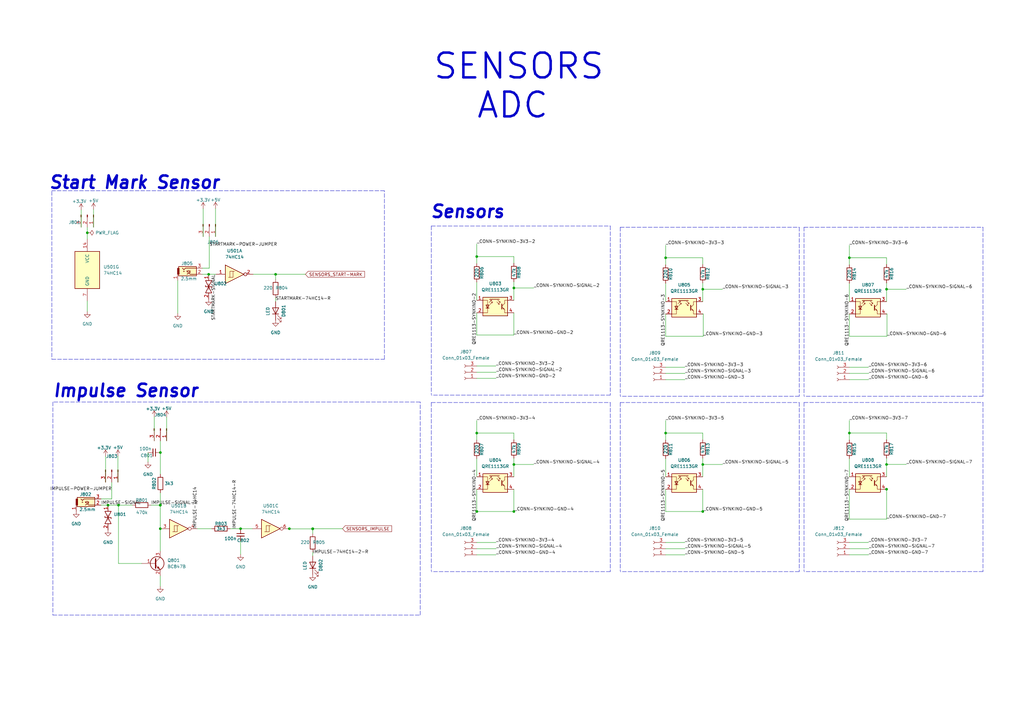
<source format=kicad_sch>
(kicad_sch (version 20211123) (generator eeschema)
  (paper "A3")
  (title_block (title "OpenCelluloid") (date "2023-02-16") (rev "v0.1"))
  (lib_symbols
    (symbol "74xx:74HC14" (pin_names (offset 1.016))
      (property "Reference" "U" (at 0 1.27 0))
      (property "Value" "74HC14" (at 0 -1.27 0))
      (symbol "74HC14_1_0"
        (polyline (pts (xy -3.81 3.81) (xy -3.81 -3.81) (xy 3.81 0) (xy -3.81 3.81)) (stroke (width 0.254)) (fill (type background)))
        (pin input line (at -7.62 0 0) (length 3.81) (name "~") (number "1"))
        (pin output inverted (at 7.62 0 180) (length 3.81) (name "~") (number "2"))
      )
      (symbol "74HC14_1_1"
        (polyline (pts (xy -1.905 -1.27) (xy -1.905 1.27) (xy -0.635 1.27)))
        (polyline (pts (xy -2.54 -1.27) (xy -0.635 -1.27) (xy -0.635 1.27) (xy 0 1.27)))
      )
      (symbol "74HC14_2_0"
        (polyline (pts (xy -3.81 3.81) (xy -3.81 -3.81) (xy 3.81 0) (xy -3.81 3.81)) (stroke (width 0.254)) (fill (type background)))
        (pin input line (at -7.62 0 0) (length 3.81) (name "~") (number "3"))
        (pin output inverted (at 7.62 0 180) (length 3.81) (name "~") (number "4"))
      )
      (symbol "74HC14_2_1"
        (polyline (pts (xy -1.905 -1.27) (xy -1.905 1.27) (xy -0.635 1.27)))
        (polyline (pts (xy -2.54 -1.27) (xy -0.635 -1.27) (xy -0.635 1.27) (xy 0 1.27)))
      )
      (symbol "74HC14_3_0"
        (polyline (pts (xy -3.81 3.81) (xy -3.81 -3.81) (xy 3.81 0) (xy -3.81 3.81)) (stroke (width 0.254)) (fill (type background)))
        (pin input line (at -7.62 0 0) (length 3.81) (name "~") (number "5"))
        (pin output inverted (at 7.62 0 180) (length 3.81) (name "~") (number "6"))
      )
      (symbol "74HC14_3_1"
        (polyline (pts (xy -1.905 -1.27) (xy -1.905 1.27) (xy -0.635 1.27)))
        (polyline (pts (xy -2.54 -1.27) (xy -0.635 -1.27) (xy -0.635 1.27) (xy 0 1.27)))
      )
      (symbol "74HC14_4_0"
        (polyline (pts (xy -3.81 3.81) (xy -3.81 -3.81) (xy 3.81 0) (xy -3.81 3.81)) (stroke (width 0.254)) (fill (type background)))
        (pin output inverted (at 7.62 0 180) (length 3.81) (name "~") (number "8"))
        (pin input line (at -7.62 0 0) (length 3.81) (name "~") (number "9"))
      )
      (symbol "74HC14_4_1"
        (polyline (pts (xy -1.905 -1.27) (xy -1.905 1.27) (xy -0.635 1.27)))
        (polyline (pts (xy -2.54 -1.27) (xy -0.635 -1.27) (xy -0.635 1.27) (xy 0 1.27)))
      )
      (symbol "74HC14_5_0"
        (polyline (pts (xy -3.81 3.81) (xy -3.81 -3.81) (xy 3.81 0) (xy -3.81 3.81)) (stroke (width 0.254)) (fill (type background)))
        (pin output inverted (at 7.62 0 180) (length 3.81) (name "~") (number "10"))
        (pin input line (at -7.62 0 0) (length 3.81) (name "~") (number "11"))
      )
      (symbol "74HC14_5_1"
        (polyline (pts (xy -1.905 -1.27) (xy -1.905 1.27) (xy -0.635 1.27)))
        (polyline (pts (xy -2.54 -1.27) (xy -0.635 -1.27) (xy -0.635 1.27) (xy 0 1.27)))
      )
      (symbol "74HC14_6_0"
        (polyline (pts (xy -3.81 3.81) (xy -3.81 -3.81) (xy 3.81 0) (xy -3.81 3.81)) (stroke (width 0.254)) (fill (type background)))
        (pin output inverted (at 7.62 0 180) (length 3.81) (name "~") (number "12"))
        (pin input line (at -7.62 0 0) (length 3.81) (name "~") (number "13"))
      )
      (symbol "74HC14_6_1"
        (polyline (pts (xy -1.905 -1.27) (xy -1.905 1.27) (xy -0.635 1.27)))
        (polyline (pts (xy -2.54 -1.27) (xy -0.635 -1.27) (xy -0.635 1.27) (xy 0 1.27)))
      )
      (symbol "74HC14_7_0"
        (pin power_in line (at 0 12.7 270) (length 5.08) (name "VCC") (number "14"))
        (pin power_in line (at 0 -12.7 90) (length 5.08) (name "GND") (number "7"))
      )
      (symbol "74HC14_7_1"
        (rectangle (start -5.08 7.62) (end 5.08 -7.62) (stroke (width 0.254)) (fill (type background)))
      )
    )
    (symbol "Connector:Conn_01x03_Female" (pin_names (offset 1.016) hide)
      (property "Reference" "J" (at 0 5.08 0))
      (property "Value" "Conn_01x03_Female" (at 0 -5.08 0))
      (symbol "Conn_01x03_Female_1_1"
        (arc (start 0 -2.032) (mid -0.508 -2.54) (end 0 -3.048) (stroke (width 0.1524)))
        (polyline (pts (xy -1.27 -2.54) (xy -0.508 -2.54)) (stroke (width 0.1524)))
        (polyline (pts (xy -1.27 0) (xy -0.508 0)) (stroke (width 0.1524)))
        (polyline (pts (xy -1.27 2.54) (xy -0.508 2.54)) (stroke (width 0.1524)))
        (arc (start 0 0.508) (mid -0.508 0) (end 0 -0.508) (stroke (width 0.1524)))
        (arc (start 0 3.048) (mid -0.508 2.54) (end 0 2.032) (stroke (width 0.1524)))
        (pin passive line (at -5.08 2.54 0) (length 3.81) (name "Pin_1") (number "1"))
        (pin passive line (at -5.08 0 0) (length 3.81) (name "Pin_2") (number "2"))
        (pin passive line (at -5.08 -2.54 0) (length 3.81) (name "Pin_3") (number "3"))
      )
    )
    (symbol "Connector:Conn_01x03_Male" (pin_names (offset 1.016) hide)
      (property "Reference" "J" (at 0 5.08 0))
      (property "Value" "Conn_01x03_Male" (at 0 -5.08 0))
      (symbol "Conn_01x03_Male_1_1"
        (polyline (pts (xy 1.27 -2.54) (xy 0.8636 -2.54)) (stroke (width 0.1524)))
        (polyline (pts (xy 1.27 0) (xy 0.8636 0)) (stroke (width 0.1524)))
        (polyline (pts (xy 1.27 2.54) (xy 0.8636 2.54)) (stroke (width 0.1524)))
        (rectangle (start 0.8636 -2.413) (end 0 -2.667) (stroke (width 0.1524)) (fill (type outline)))
        (rectangle (start 0.8636 0.127) (end 0 -0.127) (stroke (width 0.1524)) (fill (type outline)))
        (rectangle (start 0.8636 2.667) (end 0 2.413) (stroke (width 0.1524)) (fill (type outline)))
        (pin passive line (at 5.08 2.54 180) (length 3.81) (name "Pin_1") (number "1"))
        (pin passive line (at 5.08 0 180) (length 3.81) (name "Pin_2") (number "2"))
        (pin passive line (at 5.08 -2.54 180) (length 3.81) (name "Pin_3") (number "3"))
      )
    )
    (symbol "Device:LED" (pin_numbers hide) (pin_names (offset 1.016) hide)
      (property "Reference" "D" (at 0 2.54 0))
      (property "Value" "Device_LED" (at 0 -2.54 0))
      (symbol "LED_0_1"
        (polyline (pts (xy -1.27 -1.27) (xy -1.27 1.27)) (stroke (width 0.254)))
        (polyline (pts (xy -1.27 0) (xy 1.27 0)))
        (polyline (pts (xy 1.27 -1.27) (xy 1.27 1.27) (xy -1.27 0) (xy 1.27 -1.27)) (stroke (width 0.254)))
        (polyline (pts (xy -3.048 -0.762) (xy -4.572 -2.286) (xy -3.81 -2.286) (xy -4.572 -2.286) (xy -4.572 -1.524)))
        (polyline (pts (xy -1.778 -0.762) (xy -3.302 -2.286) (xy -2.54 -2.286) (xy -3.302 -2.286) (xy -3.302 -1.524)))
      )
      (symbol "LED_1_1"
        (pin passive line (at -3.81 0 0) (length 2.54) (name "K") (number "1"))
        (pin passive line (at 3.81 0 180) (length 2.54) (name "A") (number "2"))
      )
    )
    (symbol "Device:Q_NPN_BEC" (pin_names (offset 0) hide)
      (property "Reference" "Q" (at 5.08 1.27 0))
      (property "Value" "Q_NPN_BEC" (at 5.08 -1.27 0))
      (symbol "Q_NPN_BEC_0_1"
        (polyline (pts (xy 0.635 0.635) (xy 2.54 2.54)))
        (polyline (pts (xy 0.635 -0.635) (xy 2.54 -2.54) (xy 2.54 -2.54)))
        (polyline (pts (xy 0.635 1.905) (xy 0.635 -1.905) (xy 0.635 -1.905)) (stroke (width 0.508)))
        (polyline (pts (xy 1.27 -1.778) (xy 1.778 -1.27) (xy 2.286 -2.286) (xy 1.27 -1.778) (xy 1.27 -1.778)) (fill (type outline)))
        (circle (center 1.27 0) (radius 2.8194) (stroke (width 0.254)))
      )
      (symbol "Q_NPN_BEC_1_1"
        (pin input line (at -5.08 0 0) (length 5.715) (name "B") (number "1"))
        (pin passive line (at 2.54 -5.08 90) (length 2.54) (name "E") (number "2"))
        (pin passive line (at 2.54 5.08 270) (length 2.54) (name "C") (number "3"))
      )
    )
    (symbol "Sensor_Proximity:QRE1113GR" (pin_names (offset 0.0254) hide)
      (property "Reference" "U" (at -3.81 5.08 0))
      (property "Value" "QRE1113GR" (at 11.43 5.08 0))
      (symbol "QRE1113GR_0_1"
        (polyline (pts (xy -3.81 -0.635) (xy -2.54 -0.635)) (stroke (width 0.254)))
        (polyline (pts (xy -2.286 2.921) (xy -2.032 3.175)))
        (polyline (pts (xy -1.778 2.921) (xy -1.524 3.175)))
        (polyline (pts (xy -1.524 2.667) (xy -1.651 2.159)))
        (polyline (pts (xy -1.27 2.921) (xy -1.016 3.175)))
        (polyline (pts (xy -1.143 1.905) (xy -1.27 1.397)))
        (polyline (pts (xy -0.762 2.921) (xy -0.508 3.175)))
        (polyline (pts (xy -0.254 2.921) (xy 0 3.175)))
        (polyline (pts (xy 0.254 2.921) (xy 0.508 3.175)))
        (polyline (pts (xy 0.762 2.921) (xy 1.016 3.175)))
        (polyline (pts (xy 1.27 2.921) (xy 1.524 3.175)))
        (polyline (pts (xy 1.651 0.889) (xy 1.143 1.016)))
        (polyline (pts (xy 1.778 2.921) (xy -2.413 2.921)))
        (polyline (pts (xy 2.032 1.651) (xy 1.524 1.778)))
        (polyline (pts (xy 2.667 -0.127) (xy 3.81 -1.27)))
        (polyline (pts (xy 2.667 0.127) (xy 3.81 1.27)))
        (polyline (pts (xy -2.54 1.651) (xy -1.524 2.667) (xy -2.032 2.54)))
        (polyline (pts (xy -2.159 0.889) (xy -1.143 1.905) (xy -1.651 1.778)))
        (polyline (pts (xy 0.635 1.905) (xy 1.651 0.889) (xy 1.524 1.397)))
        (polyline (pts (xy 1.016 2.667) (xy 2.032 1.651) (xy 1.905 2.159)))
        (polyline (pts (xy 2.667 1.016) (xy 2.667 -1.016) (xy 2.667 -1.016)) (stroke (width 0.3556)))
        (polyline (pts (xy 3.81 -1.27) (xy 3.81 -2.54) (xy 5.08 -2.54)))
        (polyline (pts (xy 3.81 1.27) (xy 3.81 2.54) (xy 5.08 2.54)))
        (polyline (pts (xy -5.08 -2.54) (xy -3.175 -2.54) (xy -3.175 2.54) (xy -5.08 2.54)))
        (polyline (pts (xy -3.175 -0.635) (xy -3.81 0.635) (xy -2.54 0.635) (xy -3.175 -0.635)) (stroke (width 0.254)))
        (polyline (pts (xy 3.683 -1.143) (xy 3.429 -0.635) (xy 3.175 -0.889) (xy 3.683 -1.143)))
        (polyline (pts (xy -5.08 -3.81) (xy 5.08 -3.81) (xy 5.08 3.81) (xy -5.08 3.81) (xy -5.08 -3.81)) (stroke (width 0.254)) (fill (type background)))
      )
      (symbol "QRE1113GR_1_1"
        (pin passive line (at -7.62 2.54 0) (length 2.54) (name "A") (number "1"))
        (pin passive line (at -7.62 -2.54 0) (length 2.54) (name "K") (number "2"))
        (pin open_collector line (at 7.62 2.54 180) (length 2.54) (name "~") (number "3"))
        (pin open_emitter line (at 7.62 -2.54 180) (length 2.54) (name "~") (number "4"))
      )
    )
    (symbol "Synkino:+5V" (power) (pin_names (offset 0))
      (property "Value" "+5V" (at 0 3.556 0))
      (symbol "+5V_0_1"
        (polyline (pts (xy -0.762 1.27) (xy 0 2.54)))
        (polyline (pts (xy 0 0) (xy 0 2.54)))
        (polyline (pts (xy 0 2.54) (xy 0.762 1.27)))
      )
      (symbol "+5V_1_1"
        (pin power_in line (at 0 0 90) (length 0) hide (name "+5V") (number "1"))
      )
    )
    (symbol "Synkino:2.5mm" (pin_names (offset 1.016))
      (property "Reference" "J" (at -1.27 4.445 0))
      (property "Value" "2.5mm" (at -0.508 -1.778 0))
      (symbol "2.5mm_0_0"
        (text "+" (at -2.54 1.27 0) (effects (font (size 0.762 0.762))))
        (text "sig" (at -0.635 1.27 0) (effects (font (size 0.762 0.762))))
      )
      (symbol "2.5mm_0_1"
        (rectangle (start -4.699 3.175) (end 2.54 -0.635) (stroke (width 0.254)) (fill (type background)))
        (rectangle (start -4.445 0) (end -5.207 2.54) (fill (type outline)))
        (polyline (pts (xy -1.27 0) (xy -0.635 0.635) (xy 0 0) (xy 2.54 0)) (stroke (width 0.254)))
        (polyline (pts (xy 2.54 2.54) (xy -1.905 2.54) (xy -2.54 1.905) (xy -3.175 2.54)) (stroke (width 0.254)))
      )
      (symbol "2.5mm_1_1"
        (pin passive line (at -5.08 -2.54 90) (length 2.54) (name "~") (number "1"))
        (pin passive line (at 5.08 0 180) (length 2.54) (name "~") (number "2"))
        (pin passive line (at 5.08 2.54 180) (length 2.54) (name "~") (number "3"))
      )
    )
    (symbol "Synkino:C_Small" (pin_numbers hide) (pin_names (offset 0.254) hide)
      (property "Reference" "C" (at 0.254 1.778 0))
      (property "Value" "C_Small" (at 0.254 -2.032 0))
      (symbol "C_Small_0_1"
        (polyline (pts (xy -1.524 -0.508) (xy 1.524 -0.508)) (stroke (width 0.3302)))
        (polyline (pts (xy -1.524 0.508) (xy 1.524 0.508)) (stroke (width 0.3048)))
      )
      (symbol "C_Small_1_1"
        (pin passive line (at 0 2.54 270) (length 2.032) (name "~") (number "1"))
        (pin passive line (at 0 -2.54 90) (length 2.032) (name "~") (number "2"))
      )
    )
    (symbol "Synkino:R" (pin_numbers hide) (pin_names (offset 0))
      (property "Reference" "R" (at 2.032 0 90))
      (property "Value" "R" (at 0 0 90))
      (symbol "R_0_1"
        (rectangle (start -1.016 -2.54) (end 1.016 2.54) (stroke (width 0.254)))
      )
      (symbol "R_1_1"
        (pin passive line (at 0 3.81 270) (length 1.27) (name "~") (number "1"))
        (pin passive line (at 0 -3.81 90) (length 1.27) (name "~") (number "2"))
      )
    )
    (symbol "power:+3.3V" (power) (pin_names (offset 0))
      (property "Value" "+3.3V" (at 0 3.556 0))
      (symbol "+3.3V_0_1"
        (polyline (pts (xy -0.762 1.27) (xy 0 2.54)))
        (polyline (pts (xy 0 0) (xy 0 2.54)))
        (polyline (pts (xy 0 2.54) (xy 0.762 1.27)))
      )
      (symbol "+3.3V_1_1"
        (pin power_in line (at 0 0 90) (length 0) hide (name "+3.3V") (number "1"))
      )
    )
    (symbol "power:GND" (power) (pin_names (offset 0))
      (property "Value" "GND" (at 0 -3.81 0))
      (symbol "GND_0_1"
        (polyline (pts (xy 0 0) (xy 0 -1.27) (xy 1.27 -1.27) (xy 0 -2.54) (xy -1.27 -1.27) (xy 0 -1.27)))
      )
      (symbol "GND_1_1"
        (pin power_in line (at 0 0 270) (length 0) hide (name "GND") (number "1"))
      )
    )
    (symbol "power:PWR_FLAG" (power) (pin_numbers hide) (pin_names (offset 0) hide)
      (property "Value" "PWR_FLAG" (at 0 3.81 0))
      (symbol "PWR_FLAG_0_0"
        (pin power_out line (at 0 0 90) (length 0) (name "pwr") (number "1"))
      )
      (symbol "PWR_FLAG_0_1"
        (polyline (pts (xy 0 0) (xy 0 1.27) (xy -1.016 1.905) (xy 0 2.54) (xy 1.016 1.905) (xy 0 1.27)))
      )
    )
    (symbol "privateParts:PESD3V3L1BA-Bidirectional_Diode"
      (property "Reference" "U" (at 0 -5.08 0))
      (property "Value" "PESD3V3L1BA-Bidirectional_Diode" (at 0 -7.62 0))
      (symbol "PESD3V3L1BA-Bidirectional_Diode_0_1"
        (polyline (pts (xy 1.27 0) (xy -1.27 0)))
        (polyline (pts (xy 0.508 1.27) (xy 0 1.27) (xy 0 -1.27) (xy -0.508 -1.27)) (stroke (width 0.254)))
        (polyline (pts (xy -2.54 1.27) (xy -2.54 -1.27) (xy 2.54 1.27) (xy 2.54 -1.27) (xy -2.54 1.27)) (stroke (width 0.254)))
      )
      (symbol "PESD3V3L1BA-Bidirectional_Diode_1_1"
        (pin passive line (at -5.08 0 0) (length 2.54) (name "") (number "1"))
        (pin passive line (at 5.08 0 180) (length 2.54) (name "") (number "2"))
      )
    )
  )
  (junction (at 118.6834 216.8357))
  (junction (at 273.0001 177.6163))
  (junction (at 363.6113 190.4935))
  (junction (at 85.5711 112.5139))
  (junction (at 363.6113 118.6115))
  (junction (at 210.7701 209.7909))
  (junction (at 348.3713 105.7212))
  (junction (at 195.5301 105.2263))
  (junction (at 113.03 112.5139))
  (junction (at 288.2401 190.5066))
  (junction (at 195.58 209.7909))
  (junction (at 288.2401 118.6246))
  (junction (at 98.667 216.8357))
  (junction (at 65.786 185.6095))
  (junction (at 44.3001 207.1757))
  (junction (at 65.7286 216.8357))
  (junction (at 65.7286 207.1757))
  (junction (at 128.2433 216.8357))
  (junction (at 210.7701 190.5066))
  (junction (at 288.2401 209.7909))
  (junction (at 348.3713 177.6032))
  (junction (at 65.786 207.1757))
  (junction (at 273.0001 105.7343))
  (junction (at 48.5975 207.1757))
  (junction (at 128.2433 216.9294))
  (junction (at 35.814 95.475))
  (junction (at 363.6113 200.6469))
  (junction (at 195.5301 177.6163))
  (junction (at 210.7701 118.1166))
  (wire (pts (xy 210.7701 115.57) (xy 210.7701 118.1166)))
  (wire (pts (xy 363.7985 128.7649) (xy 363.6113 128.7649)))
  (wire (pts (xy 65.7286 216.8357) (xy 65.7286 226.0307)))
  (wire (pts (xy 63.246 170.987) (xy 63.246 180.8399)))
  (wire (pts (xy 363.6113 105.7212) (xy 363.6113 108.4449)))
  (wire (pts (xy 273.0001 137.9089) (xy 288.4273 137.9089)))
  (wire (pts (xy 65.7286 236.1907) (xy 65.7286 240.4659)))
  (polyline (pts (xy 172.327 164.8839) (xy 21.705 164.8839)))
  (wire (pts (xy 128.2433 216.8357) (xy 140.4843 216.8357)))
  (polyline (pts (xy 329.7625 93.1918) (xy 329.7625 162.2798)))
  (wire (pts (xy 65.7286 207.1757) (xy 65.7286 216.8357)))
  (wire (pts (xy 210.7701 190.5066) (xy 218.8981 190.5066)))
  (wire (pts (xy 210.7701 177.6163) (xy 210.7701 180.34)))
  (wire (pts (xy 288.2401 177.6163) (xy 273.0001 177.6163)))
  (polyline (pts (xy 176.9213 165.0869) (xy 176.9213 234.1749)))
  (polyline (pts (xy 403.1685 165.0738) (xy 403.1685 234.4158)))
  (wire (pts (xy 195.5301 105.2263) (xy 195.5301 108.0922)))
  (wire (pts (xy 363.6113 118.6115) (xy 371.7393 118.6115)))
  (wire (pts (xy 195.5301 128.27) (xy 195.5301 137.4009)))
  (wire (pts (xy 273.0205 222.504) (xy 280.8741 222.504)))
  (wire (pts (xy 363.6276 200.6469) (xy 363.6113 200.6469)))
  (polyline (pts (xy 329.7625 93.1918) (xy 403.1685 93.1918)))
  (wire (pts (xy 195.5301 177.6163) (xy 195.5301 180.4822)))
  (polyline (pts (xy 157.6807 78.2239) (xy 21.2827 78.2239)))
  (wire (pts (xy 98.667 216.8357) (xy 103.4434 216.8357)))
  (polyline (pts (xy 327.7973 162.5469) (xy 254.3913 162.5469)))
  (wire (pts (xy 348.3917 225.0309) (xy 356.3452 225.0309)))
  (wire (pts (xy 273.0001 172.466) (xy 273.0001 177.6163)))
  (polyline (pts (xy 250.3273 234.4289) (xy 176.9213 234.4289)))
  (wire (pts (xy 288.2401 200.66) (xy 288.2401 209.7909)))
  (polyline (pts (xy 254.3913 93.2049) (xy 327.7973 93.2049)))
  (wire (pts (xy 128.2433 216.9294) (xy 118.6834 216.9294)))
  (wire (pts (xy 273.0001 209.7909) (xy 288.2401 209.7909)))
  (wire (pts (xy 83.312 85.598) (xy 83.312 97.0618)))
  (wire (pts (xy 210.7701 177.6163) (xy 195.5301 177.6163)))
  (wire (pts (xy 38.354 85.852) (xy 38.354 93.218)))
  (wire (pts (xy 273.0205 150.622) (xy 280.8741 150.622)))
  (polyline (pts (xy 21.2827 78.4779) (xy 21.2827 147.3119)))
  (wire (pts (xy 60.706 185.6095) (xy 60.706 189.4502)))
  (wire (pts (xy 348.3713 177.6032) (xy 348.3713 180.4691)))
  (wire (pts (xy 288.2401 177.6163) (xy 288.2401 180.34)))
  (wire (pts (xy 348.3713 137.8958) (xy 363.7985 137.8958)))
  (wire (pts (xy 195.5301 172.466) (xy 195.5301 177.6163)))
  (wire (pts (xy 98.667 221.9157) (xy 98.667 227.3679)))
  (wire (pts (xy 288.4273 137.9089) (xy 288.4273 128.778)))
  (wire (pts (xy 348.3713 100.5709) (xy 348.3713 105.7212)))
  (wire (pts (xy 363.6113 177.6032) (xy 348.3713 177.6032)))
  (wire (pts (xy 48.5975 231.1107) (xy 58.1086 231.1107)))
  (polyline (pts (xy 21.2827 147.3119) (xy 157.6807 147.3119)))
  (wire (pts (xy 348.3713 128.7649) (xy 348.3713 137.8958)))
  (polyline (pts (xy 403.1685 93.1918) (xy 403.1685 162.5338)))
  (wire (pts (xy 83.058 112.5139) (xy 85.5711 112.5139)))
  (polyline (pts (xy 250.3273 165.0869) (xy 250.3273 234.4289)))
  (wire (pts (xy 128.2433 216.9294) (xy 128.2433 218.8677)))
  (wire (pts (xy 113.03 112.5139) (xy 125.271 112.5139)))
  (polyline (pts (xy 157.6807 147.3119) (xy 157.6807 78.2239)))
  (wire (pts (xy 363.6113 118.6115) (xy 363.6113 123.6849)))
  (wire (pts (xy 88.392 85.5143) (xy 88.392 97.0618)))
  (wire (pts (xy 48.5975 207.1757) (xy 54.3232 207.1757)))
  (wire (pts (xy 363.6276 212.9015) (xy 363.6276 200.6469)))
  (wire (pts (xy 210.7701 105.2263) (xy 195.5301 105.2263)))
  (wire (pts (xy 348.3917 222.4909) (xy 356.2453 222.4909)))
  (wire (pts (xy 363.6113 105.7212) (xy 348.3713 105.7212)))
  (polyline (pts (xy 329.7625 165.0738) (xy 329.7625 234.1618)))
  (polyline (pts (xy 254.3913 165.0869) (xy 254.3913 234.1749)))
  (wire (pts (xy 348.3713 105.7212) (xy 348.3713 108.5871)))
  (wire (pts (xy 85.5711 112.5139) (xy 88.5927 112.5139)))
  (wire (pts (xy 113.03 112.5139) (xy 113.03 114.5459)))
  (wire (pts (xy 195.5301 100.076) (xy 195.5301 105.2263)))
  (wire (pts (xy 128.2433 226.4877) (xy 128.2433 228.0117)))
  (wire (pts (xy 48.3707 187.078) (xy 48.3707 197.7927)))
  (wire (pts (xy 195.5505 225.044) (xy 203.504 225.044)))
  (wire (pts (xy 195.5505 222.504) (xy 203.4041 222.504)))
  (wire (pts (xy 210.7701 128.27) (xy 210.7701 137.4009)))
  (wire (pts (xy 195.5301 188.1022) (xy 195.5301 195.58)))
  (wire (pts (xy 273.0001 200.66) (xy 273.0001 209.7909)))
  (wire (pts (xy 288.4273 128.778) (xy 288.2401 128.778)))
  (wire (pts (xy 103.8327 112.5139) (xy 113.03 112.5139)))
  (polyline (pts (xy 403.1685 234.4158) (xy 329.7625 234.4158)))
  (wire (pts (xy 85.852 97.0618) (xy 85.852 109.9739)))
  (wire (pts (xy 65.786 207.1757) (xy 65.7286 207.1757)))
  (polyline (pts (xy 329.7625 165.0738) (xy 403.1685 165.0738)))
  (wire (pts (xy 363.6113 116.0649) (xy 363.6113 118.6115)))
  (wire (pts (xy 41.4348 207.1757) (xy 44.3001 207.1757)))
  (wire (pts (xy 273.0001 128.778) (xy 273.0001 137.9089)))
  (wire (pts (xy 210.7701 209.7909) (xy 210.9573 209.7909)))
  (wire (pts (xy 195.5301 209.7909) (xy 195.58 209.7909)))
  (wire (pts (xy 72.898 115.0539) (xy 72.898 128.524)))
  (wire (pts (xy 288.2401 105.7343) (xy 288.2401 108.458)))
  (polyline (pts (xy 21.705 252.2599) (xy 172.327 252.2599)))
  (wire (pts (xy 128.2433 216.8357) (xy 128.2433 216.9294)))
  (wire (pts (xy 348.3713 200.6469) (xy 348.3713 212.9015)))
  (wire (pts (xy 273.0001 105.7343) (xy 273.0001 108.6002)))
  (wire (pts (xy 288.2401 105.7343) (xy 273.0001 105.7343)))
  (wire (pts (xy 210.7701 190.5066) (xy 210.7701 195.58)))
  (wire (pts (xy 113.03 122.1659) (xy 113.03 123.6899)))
  (polyline (pts (xy 327.7973 234.4289) (xy 254.3913 234.4289)))
  (wire (pts (xy 195.5505 155.194) (xy 203.454 155.194)))
  (wire (pts (xy 348.3713 172.4529) (xy 348.3713 177.6032)))
  (wire (pts (xy 210.7701 118.1166) (xy 210.7701 123.19)))
  (polyline (pts (xy 250.3273 162.0389) (xy 176.9213 162.0389)))
  (wire (pts (xy 195.5301 200.66) (xy 195.5301 209.7909)))
  (polyline (pts (xy 403.1685 162.5338) (xy 329.7625 162.5338)))
  (wire (pts (xy 288.2401 118.6246) (xy 296.3681 118.6246)))
  (polyline (pts (xy 176.9213 165.0869) (xy 250.3273 165.0869)))
  (wire (pts (xy 273.0205 153.162) (xy 280.974 153.162)))
  (polyline (pts (xy 327.7973 93.2049) (xy 327.7973 162.5469)))
  (wire (pts (xy 348.3713 212.9015) (xy 363.6276 212.9015)))
  (wire (pts (xy 85.852 109.9739) (xy 83.058 109.9739)))
  (wire (pts (xy 33.274 86.106) (xy 33.274 93.218)))
  (wire (pts (xy 363.7985 137.8958) (xy 363.7985 128.7649)))
  (wire (pts (xy 348.3713 116.2071) (xy 348.3713 123.6849)))
  (wire (pts (xy 65.786 202.1159) (xy 65.786 207.1757)))
  (wire (pts (xy 288.2401 116.078) (xy 288.2401 118.6246)))
  (wire (pts (xy 288.2401 190.5066) (xy 296.3681 190.5066)))
  (wire (pts (xy 48.5975 207.1757) (xy 48.5975 231.1107)))
  (wire (pts (xy 273.0205 227.584) (xy 280.924 227.584)))
  (wire (pts (xy 210.7701 187.96) (xy 210.7701 190.5066)))
  (wire (pts (xy 348.3917 227.5709) (xy 356.2952 227.5709)))
  (wire (pts (xy 210.7701 200.66) (xy 210.7701 209.7909)))
  (wire (pts (xy 118.6834 216.9294) (xy 118.6834 216.8357)))
  (wire (pts (xy 35.814 123.444) (xy 35.814 127.762)))
  (wire (pts (xy 363.6113 187.9469) (xy 363.6113 190.4935)))
  (polyline (pts (xy 176.9213 92.6969) (xy 176.9213 161.7849)))
  (wire (pts (xy 35.814 95.475) (xy 35.814 98.044)))
  (wire (pts (xy 65.7286 207.1757) (xy 61.9432 207.1757)))
  (wire (pts (xy 43.2907 187.078) (xy 43.2907 197.7927)))
  (polyline (pts (xy 250.3273 92.6969) (xy 250.3273 162.0389)))
  (wire (pts (xy 45.8307 204.6357) (xy 41.4348 204.6357)))
  (wire (pts (xy 195.5505 227.584) (xy 203.454 227.584)))
  (wire (pts (xy 273.0205 225.044) (xy 280.974 225.044)))
  (wire (pts (xy 65.786 180.8399) (xy 65.786 185.6095)))
  (wire (pts (xy 195.5301 115.7122) (xy 195.5301 123.19)))
  (wire (pts (xy 288.2401 118.6246) (xy 288.2401 123.698)))
  (polyline (pts (xy 21.705 164.8839) (xy 21.705 252.2599)))
  (polyline (pts (xy 172.327 252.2599) (xy 172.327 164.8839)))
  (wire (pts (xy 288.2401 209.7909) (xy 288.4273 209.7909)))
  (wire (pts (xy 288.2401 187.96) (xy 288.2401 190.5066)))
  (wire (pts (xy 94.4388 216.8357) (xy 98.667 216.8357)))
  (wire (pts (xy 288.2401 190.5066) (xy 288.2401 195.58)))
  (polyline (pts (xy 327.7973 165.0869) (xy 327.7973 234.4289)))
  (wire (pts (xy 363.6113 190.4935) (xy 363.6113 195.5669)))
  (wire (pts (xy 363.6113 190.4935) (xy 371.7393 190.4935)))
  (wire (pts (xy 195.5505 150.114) (xy 203.4041 150.114)))
  (wire (pts (xy 363.6113 177.6032) (xy 363.6113 180.3269)))
  (wire (pts (xy 273.0205 155.702) (xy 280.924 155.702)))
  (wire (pts (xy 68.326 171.0614) (xy 68.326 180.8399)))
  (wire (pts (xy 44.3001 207.1757) (xy 48.5975 207.1757)))
  (wire (pts (xy 348.3917 153.1489) (xy 356.3452 153.1489)))
  (wire (pts (xy 273.0001 177.6163) (xy 273.0001 180.4822)))
  (wire (pts (xy 80.9686 216.8357) (xy 86.8188 216.8357)))
  (polyline (pts (xy 254.3913 93.2049) (xy 254.3913 162.2929)))
  (wire (pts (xy 65.786 185.6095) (xy 65.786 194.4959)))
  (wire (pts (xy 210.7701 105.2263) (xy 210.7701 107.95)))
  (wire (pts (xy 35.814 93.218) (xy 35.814 95.475)))
  (wire (pts (xy 348.3917 150.6089) (xy 356.2453 150.6089)))
  (wire (pts (xy 348.3713 188.0891) (xy 348.3713 195.5669)))
  (wire (pts (xy 195.5505 152.654) (xy 203.504 152.654)))
  (wire (pts (xy 195.58 209.7909) (xy 210.7701 209.7909)))
  (polyline (pts (xy 254.3913 165.0869) (xy 327.7973 165.0869)))
  (wire (pts (xy 273.0001 100.584) (xy 273.0001 105.7343)))
  (polyline (pts (xy 176.9213 92.6969) (xy 250.3273 92.6969)))
  (wire (pts (xy 348.3917 155.6889) (xy 356.2952 155.6889)))
  (wire (pts (xy 45.8307 197.7927) (xy 45.8307 204.6357)))
  (wire (pts (xy 195.5301 137.4009) (xy 210.7701 137.4009)))
  (wire (pts (xy 273.0001 188.1022) (xy 273.0001 195.58)))
  (wire (pts (xy 210.7701 118.1166) (xy 218.8981 118.1166)))
  (wire (pts (xy 273.0001 116.2202) (xy 273.0001 123.698)))
  (text "Impulse Sensor" (at 21.451 163.3599 0) (effects (font (size 5.08 5.08) bold italic) (justify left bottom)))
  (text "Sensors" (at 176.276 89.916 0) (effects (font (size 5.08 5.08) bold italic) (justify left bottom)))
  (text "SENSORS" (at 177.292 33.274 0) (effects (font (size 10.16 10.16) (thickness 1.016) bold) (justify left bottom)))
  (text "Start Mark Sensor" (at 19.812 77.9699 0) (effects (font (size 5.08 5.08) bold italic) (justify left bottom)))
  (text "ADC" (at 195.072 49.276 0) (effects (font (size 10.16 10.16) (thickness 1.016) bold) (justify left bottom)))
  (label "_CONN-SYNKINO-3V3-6" (at 356.2453 150.6089 0))
  (label "_CONN-SYNKINO-3V3-3" (at 273.0001 100.584 0))
  (label "_CONN-SYNKINO-GND-3" (at 280.924 155.702 0))
  (label "_CONN-SYNKINO-3V3-3" (at 280.8741 150.622 0))
  (label "_CONN-SYNKINO-3V3-5" (at 280.8741 222.504 0))
  (label "_CONN-SYNKINO-3V3-2" (at 195.5301 100.076 0))
  (label "_CONN-SYNKINO-3V3-7" (at 356.2453 222.4909 0))
  (label "_CONN-SYNKINO-GND-7" (at 356.2952 227.5709 0))
  (label "QRE1113-SYNKINO-3" (at 273.0001 120.6046 270))
  (label "_CONN-SYNKINO-GND-6" (at 363.7985 137.8958 0))
  (label "_CONN-SYNKINO-SIGNAL-3" (at 280.974 153.162 0))
  (label "QRE1113-SYNKINO-7" (at 348.3713 192.4735 270))
  (label "IMPULSE-74HC14-2-R" (at 128.2433 227.3607 0))
  (label "_CONN-SYNKINO-GND-3" (at 288.4273 137.9089 0))
  (label "IMPULSE-74HC14-R" (at 97.1642 216.8357 90))
  (label "_CONN-SYNKINO-3V3-7" (at 348.3713 172.4529 0))
  (label "IMPULSE-POWER-JUMPER" (at 45.8307 201.4696 180))
  (label "_CONN-SYNKINO-3V3-2" (at 203.4041 150.114 0))
  (label "_CONN-SYNKINO-SIGNAL-4" (at 203.504 225.044 0))
  (label "_CONN-SYNKINO-SIGNAL-3" (at 296.3681 118.6246 0))
  (label "_CONN-SYNKINO-GND-2" (at 210.7701 137.4009 0))
  (label "_CONN-SYNKINO-GND-7" (at 363.6276 212.9015 0))
  (label "_CONN-SYNKINO-SIGNAL-6" (at 356.3452 153.1489 0))
  (label "_CONN-SYNKINO-SIGNAL-2" (at 218.8981 118.1166 0))
  (label "_CONN-SYNKINO-3V3-5" (at 273.0001 172.466 0))
  (label "_CONN-SYNKINO-GND-4" (at 210.9573 209.7909 0))
  (label "_CONN-SYNKINO-GND-2" (at 203.454 155.194 0))
  (label "QRE1113-SYNKINO-2" (at 195.5301 120.0966 270))
  (label "STARTMARK-POWER-JUMPER" (at 85.852 101.2221 0))
  (label "IMPULSE-74HC14" (at 80.9686 216.8357 90))
  (label "QRE1113-SYNKINO-4" (at 195.5301 192.4866 270))
  (label "_CONN-SYNKINO-GND-6" (at 356.2952 155.6889 0))
  (label "_CONN-SYNKINO-SIGNAL-7" (at 356.3452 225.0309 0))
  (label "_CONN-SYNKINO-3V3-6" (at 348.3713 100.5709 0))
  (label "_CONN-SYNKINO-3V3-4" (at 195.5301 172.466 0))
  (label "STARTMARK-SIGNAL" (at 88.5927 112.5139 270))
  (label "_CONN-SYNKINO-SIGNAL-2" (at 203.504 152.654 0))
  (label "QRE1113-SYNKINO-6" (at 348.3713 120.5915 270))
  (label "_CONN-SYNKINO-SIGNAL-5" (at 280.974 225.044 0))
  (label "IMPULSE-SIGNAL-R" (at 61.9432 207.1757 0))
  (label "_CONN-SYNKINO-GND-4" (at 203.454 227.584 0))
  (label "STARTMARK-74HC14-R" (at 113.03 123.4086 0))
  (label "_CONN-SYNKINO-3V3-4" (at 203.4041 222.504 0))
  (label "_CONN-SYNKINO-SIGNAL-4" (at 218.8981 190.5066 0))
  (label "_CONN-SYNKINO-SIGNAL-7" (at 371.7393 190.4935 0))
  (label "_CONN-SYNKINO-SIGNAL-5" (at 296.3681 190.5066 0))
  (label "QRE1113-SYNKINO-5" (at 273.0001 192.4866 270))
  (label "_CONN-SYNKINO-SIGNAL-6" (at 371.7393 118.6115 0))
  (label "_CONN-SYNKINO-GND-5" (at 280.924 227.584 0))
  (label "_CONN-SYNKINO-GND-5" (at 288.4273 209.7909 0))
  (label "IMPULSE-SIGNAL" (at 41.4348 207.1757 0))
  (global_label "SENSORS_START-MARK" (shape input) (at 125.271 112.5139 0) (property "Intersheet References" "${INTERSHEET_REFS}" (effects hide)))
  (global_label "SENSORS_IMPULSE" (shape input) (at 140.4843 216.8357 0) (property "Intersheet References" "${INTERSHEET_REFS}" (effects hide)))
  (symbol (lib_id "Synkino:R") (at 58.1332 207.1757 270) (mirror x) (unit 1)
    (property "Reference" "R801" (at 58.1332 205.1437 90))
    (property "Value" "470k" (at 58.207 210.2175 90))
    (property "Footprint" "Resistor_SMD:R_1206_3216Metric_Pad1.30x1.75mm_HandSolder" (effects hide))
    (property "Digi-Key_PN" "RG32P470KBCT-ND" (effects hide))
    (property "Manufacturer_PN" "RG3216P-4703-B-T1" (effects hide))
  )
  (symbol (lib_id "Synkino:R") (at 128.2433 222.6777 0) (unit 1)
    (property "Reference" "R805" (at 130.7486 222.4237 0))
    (property "Value" "220" (at 125.1606 222.4237 0))
    (property "Footprint" "Resistor_SMD:R_1206_3216Metric_Pad1.30x1.75mm_HandSolder" (effects hide))
    (property "Digi-Key_PN" "311-220ERCT-ND" (effects hide))
    (property "Manufacturer_PN" "RC1206JR-07220RL" (effects hide))
  )
  (symbol (lib_id "Synkino:R") (at 348.3713 112.3971 0) (unit 1)
    (property "Reference" "R814" (at 350.4033 112.3971 90))
    (property "Value" "220" (at 348.3713 112.3971 90))
    (property "Footprint" "Resistor_SMD:R_1206_3216Metric_Pad1.30x1.75mm_HandSolder" (effects hide))
    (property "Digi-Key_PN" "311-220ERCT-ND" (effects hide))
    (property "Manufacturer_PN" "RC1206JR-07220RL" (effects hide))
  )
  (symbol (lib_id "Sensor_Proximity:QRE1113GR") (at 355.9913 198.1069 0) (unit 1)
    (property "Reference" "U808" (at 355.9913 188.7089 0))
    (property "Value" "QRE1113GR" (at 355.9913 191.2489 0))
    (property "Footprint" "OptoDevice:OnSemi_CASE100CY" (effects hide))
    (property "Datasheet" "http://www.onsemi.com/pub/Collateral/QRE1113-D.PDF" (effects hide))
    (property "Digi-Key_PN" "QRE1113GRCT-ND" (effects hide))
    (property "Manufacturer_PN" "QRE1113GR" (effects hide))
  )
  (symbol (lib_id "power:+3.3V") (at 43.2907 187.078 0) (unit 1)
    (property "Reference" "#PWR0805" (effects hide))
    (property "Value" "+3.3V" (at 42.672 183.642 0))
  )
  (symbol (lib_id "power:GND") (at 113.03 131.3099 0) (unit 1)
    (property "Reference" "#PWR0817" (effects hide))
    (property "Value" "GND" (at 113.03 136.4146 0))
  )
  (symbol (lib_id "74xx:74HC14") (at 96.2127 112.5139 0) (unit 1)
    (property "Reference" "U501" (at 96.2127 102.8619 0))
    (property "Value" "74HC14" (at 96.2127 105.4019 0))
    (property "Footprint" "Package_SO:SOIC-14_3.9x8.7mm_P1.27mm" (effects hide))
    (property "Datasheet" "http://www.ti.com/lit/gpn/sn74HC14" (effects hide))
    (property "Manufacturer_PN" "74HC14D,653" (effects hide))
    (property "Digi-Key_PN" "1727-2783-1-ND" (effects hide))
  )
  (symbol (lib_id "Device:LED") (at 128.2433 231.8217 90) (unit 1)
    (property "Reference" "D802" (at 131.5453 231.8217 0))
    (property "Value" "LED" (at 125.0683 231.9995 0))
    (property "Footprint" "LED_SMD:LED_1206_3216Metric_Pad1.42x1.75mm_HandSolder" (effects hide))
    (property "Manufacturer_PN" "LTST-C150KSKT" (effects hide))
    (property "Digi-Key_PN" "160-1406-1-ND" (effects hide))
  )
  (symbol (lib_id "Connector:Conn_01x03_Female") (at 190.4705 225.044 180) (unit 1)
    (property "Reference" "J808" (at 191.1055 216.662 0))
    (property "Value" "Conn_01x03_Female" (at 191.1055 219.202 0))
    (property "Footprint" "Connector_PinHeader_2.54mm:PinHeader_1x03_P2.54mm_Vertical" (effects hide))
  )
  (symbol (lib_id "Synkino:R") (at 288.2401 184.15 0) (unit 1)
    (property "Reference" "R813" (at 290.2721 184.15 90))
    (property "Value" "47k" (at 288.2401 184.15 90))
    (property "Footprint" "Resistor_SMD:R_1206_3216Metric_Pad1.30x1.75mm_HandSolder" (effects hide))
    (property "Digi-Key_PN" "311-47KERCT-ND" (effects hide))
    (property "Manufacturer_PN" "RC1206JR-0747KL" (effects hide))
  )
  (symbol (lib_id "power:+3.3V") (at 63.246 170.987 0) (unit 1)
    (property "Reference" "#PWR0809" (effects hide))
    (property "Value" "+3.3V" (at 62.738 167.64 0))
  )
  (symbol (lib_id "Synkino:R") (at 195.5301 111.9022 0) (unit 1)
    (property "Reference" "R806" (at 197.5621 111.9022 90))
    (property "Value" "220" (at 195.5301 111.9022 90))
    (property "Footprint" "Resistor_SMD:R_1206_3216Metric_Pad1.30x1.75mm_HandSolder" (effects hide))
    (property "Digi-Key_PN" "311-220ERCT-ND" (effects hide))
    (property "Manufacturer_PN" "RC1206JR-07220RL" (effects hide))
  )
  (symbol (lib_id "privateParts:PESD3V3L1BA-Bidirectional_Diode") (at 44.3001 212.2557 270) (unit 1)
    (property "Reference" "U801" (at 46.6115 210.9856 90) (effects (justify left)))
    (property "Value" "PESD3V3L1BA-Bidirectional_Diode" (effects hide))
    (property "Footprint" "Diode_SMD:D_SOD-323" (effects hide))
    (property "Datasheet" "https://assets.nexperia.com/documents/data-sheet/PESDXL1BA_SER.pdf" (effects hide))
    (property "Manufacturer_PN" "PESD3V3L1BA,115" (effects hide))
    (property "Digi-Key_PN" "1727-3825-1-ND" (effects hide))
  )
  (symbol (lib_id "Synkino:+5V") (at 68.326 171.0614 0) (mirror y) (unit 1)
    (property "Reference" "#PWR0811" (effects hide))
    (property "Value" "+5V" (at 68.326 167.5054 0))
  )
  (symbol (lib_id "Synkino:R") (at 210.7701 111.76 0) (unit 1)
    (property "Reference" "R808" (at 212.8021 111.76 90))
    (property "Value" "47k" (at 210.7701 111.76 90))
    (property "Footprint" "Resistor_SMD:R_1206_3216Metric_Pad1.30x1.75mm_HandSolder" (effects hide))
    (property "Digi-Key_PN" "311-47KERCT-ND" (effects hide))
    (property "Manufacturer_PN" "RC1206JR-0747KL" (effects hide))
  )
  (symbol (lib_id "power:GND") (at 44.3001 217.3357 0) (mirror y) (unit 1)
    (property "Reference" "#PWR0806" (effects hide))
    (property "Value" "GND" (at 44.3001 222.4404 0))
  )
  (symbol (lib_id "Device:LED") (at 113.03 127.4999 90) (unit 1)
    (property "Reference" "D801" (at 116.332 127.4999 0))
    (property "Value" "LED" (at 109.855 127.6777 0))
    (property "Footprint" "LED_SMD:LED_1206_3216Metric_Pad1.42x1.75mm_HandSolder" (effects hide))
    (property "Manufacturer_PN" "LTST-C150KSKT" (effects hide))
    (property "Digi-Key_PN" "160-1406-1-ND" (effects hide))
  )
  (symbol (lib_id "Synkino:C_Small") (at 63.246 185.6095 270) (mirror x) (unit 1)
    (property "Reference" "C801" (at 57.6252 186.8378 90) (effects (justify left)))
    (property "Value" "100n" (at 57.1172 184.0438 90) (effects (justify left)))
    (property "Footprint" "Capacitor_SMD:C_1206_3216Metric_Pad1.33x1.80mm_HandSolder" (effects hide))
    (property "Digi-Key_PN" "1276-1017-1-ND" (effects hide))
  )
  (symbol (lib_id "74xx:74HC14") (at 111.0634 216.8357 0) (unit 3)
    (property "Reference" "U501" (at 111.0634 207.4377 0))
    (property "Value" "74HC14" (at 111.0634 209.9777 0))
    (property "Footprint" "Package_SO:SOIC-14_3.9x8.7mm_P1.27mm" (effects hide))
    (property "Datasheet" "http://www.ti.com/lit/gpn/sn74HC14" (effects hide))
    (property "Manufacturer_PN" "74HC14D,653" (effects hide))
    (property "Digi-Key_PN" "1727-2783-1-ND" (effects hide))
  )
  (symbol (lib_id "Connector:Conn_01x03_Female") (at 343.3117 153.1489 180) (unit 1)
    (property "Reference" "J811" (at 343.9467 144.7669 0))
    (property "Value" "Conn_01x03_Female" (at 343.9467 147.3069 0))
    (property "Footprint" "Connector_PinHeader_2.54mm:PinHeader_1x03_P2.54mm_Vertical" (effects hide))
  )
  (symbol (lib_id "Connector:Conn_01x03_Male") (at 65.786 175.7599 270) (unit 1)
    (property "Reference" "J804" (at 65.786 170.1719 90))
    (property "Value" "Conn_01x03_Male" (effects hide))
    (property "Footprint" "Connector_PinHeader_2.54mm:PinHeader_1x03_P2.54mm_Vertical" (effects hide))
  )
  (symbol (lib_id "Connector:Conn_01x03_Female") (at 267.9405 153.162 180) (unit 1)
    (property "Reference" "J809" (at 268.5755 144.78 0))
    (property "Value" "Conn_01x03_Female" (at 268.5755 147.32 0))
    (property "Footprint" "Connector_PinHeader_2.54mm:PinHeader_1x03_P2.54mm_Vertical" (effects hide))
  )
  (symbol (lib_id "power:PWR_FLAG") (at 35.814 95.475 270) (unit 1)
    (property "Reference" "#FLG0101" (effects hide))
    (property "Value" "PWR_FLAG" (at 39.116 95.4749 90) (effects (justify left)))
  )
  (symbol (lib_id "Synkino:C_Small") (at 98.667 219.3757 0) (mirror y) (unit 1)
    (property "Reference" "C802" (at 102.3292 221.6537 0) (effects (justify left)))
    (property "Value" "100n" (at 96.9952 220.8917 0) (effects (justify left)))
    (property "Footprint" "Capacitor_SMD:C_1206_3216Metric_Pad1.33x1.80mm_HandSolder" (effects hide))
    (property "Digi-Key_PN" "1276-1017-1-ND" (effects hide))
  )
  (symbol (lib_id "power:GND") (at 65.7286 240.4659 0) (mirror y) (unit 1)
    (property "Reference" "#PWR0810" (effects hide))
    (property "Value" "GND" (at 65.7286 245.5706 0))
  )
  (symbol (lib_id "Synkino:R") (at 273.0001 112.4102 0) (unit 1)
    (property "Reference" "R810" (at 275.0321 112.4102 90))
    (property "Value" "220" (at 273.0001 112.4102 90))
    (property "Footprint" "Resistor_SMD:R_1206_3216Metric_Pad1.30x1.75mm_HandSolder" (effects hide))
    (property "Digi-Key_PN" "311-220ERCT-ND" (effects hide))
    (property "Manufacturer_PN" "RC1206JR-07220RL" (effects hide))
  )
  (symbol (lib_id "Sensor_Proximity:QRE1113GR") (at 203.1501 125.73 0) (unit 1)
    (property "Reference" "U803" (at 203.1501 116.332 0))
    (property "Value" "QRE1113GR" (at 203.1501 118.872 0))
    (property "Footprint" "OptoDevice:OnSemi_CASE100CY" (effects hide))
    (property "Datasheet" "http://www.onsemi.com/pub/Collateral/QRE1113-D.PDF" (effects hide))
    (property "Digi-Key_PN" "QRE1113GRCT-ND" (effects hide))
    (property "Manufacturer_PN" "QRE1113GR" (effects hide))
  )
  (symbol (lib_id "Connector:Conn_01x03_Female") (at 190.4705 152.654 180) (unit 1)
    (property "Reference" "J807" (at 191.1055 144.272 0))
    (property "Value" "Conn_01x03_Female" (at 191.1055 146.812 0))
    (property "Footprint" "Connector_PinHeader_2.54mm:PinHeader_1x03_P2.54mm_Vertical" (effects hide))
  )
  (symbol (lib_id "Connector:Conn_01x03_Female") (at 267.9405 225.044 180) (unit 1)
    (property "Reference" "J810" (at 268.5755 216.662 0))
    (property "Value" "Conn_01x03_Female" (at 268.5755 219.202 0))
    (property "Footprint" "Connector_PinHeader_2.54mm:PinHeader_1x03_P2.54mm_Vertical" (effects hide))
  )
  (symbol (lib_id "Synkino:R") (at 273.0001 184.2922 0) (unit 1)
    (property "Reference" "R811" (at 275.0321 184.2922 90))
    (property "Value" "220" (at 273.0001 184.2922 90))
    (property "Footprint" "Resistor_SMD:R_1206_3216Metric_Pad1.30x1.75mm_HandSolder" (effects hide))
    (property "Digi-Key_PN" "311-220ERCT-ND" (effects hide))
    (property "Manufacturer_PN" "RC1206JR-07220RL" (effects hide))
  )
  (symbol (lib_id "power:GND") (at 85.5711 122.6739 0) (mirror y) (unit 1)
    (property "Reference" "#PWR0814" (effects hide))
    (property "Value" "GND" (at 85.5711 127.7786 0))
  )
  (symbol (lib_id "Synkino:R") (at 363.6113 184.1369 0) (unit 1)
    (property "Reference" "R817" (at 365.6433 184.1369 90))
    (property "Value" "47k" (at 363.6113 184.1369 90))
    (property "Footprint" "Resistor_SMD:R_1206_3216Metric_Pad1.30x1.75mm_HandSolder" (effects hide))
    (property "Digi-Key_PN" "311-47KERCT-ND" (effects hide))
    (property "Manufacturer_PN" "RC1206JR-0747KL" (effects hide))
  )
  (symbol (lib_id "power:GND") (at 72.898 128.524 0) (unit 1)
    (property "Reference" "#PWR0812" (effects hide))
    (property "Value" "GND" (at 72.898 133.6287 0))
  )
  (symbol (lib_id "Connector:Conn_01x03_Male") (at 45.8307 192.7127 270) (unit 1)
    (property "Reference" "J803" (at 45.8307 187.1247 90))
    (property "Value" "Conn_01x03_Male" (effects hide))
    (property "Footprint" "Connector_PinHeader_2.54mm:PinHeader_1x03_P2.54mm_Vertical" (effects hide))
  )
  (symbol (lib_id "Sensor_Proximity:QRE1113GR") (at 280.6201 198.12 0) (unit 1)
    (property "Reference" "U806" (at 280.6201 188.722 0))
    (property "Value" "QRE1113GR" (at 280.6201 191.262 0))
    (property "Footprint" "OptoDevice:OnSemi_CASE100CY" (effects hide))
    (property "Datasheet" "http://www.onsemi.com/pub/Collateral/QRE1113-D.PDF" (effects hide))
    (property "Digi-Key_PN" "QRE1113GRCT-ND" (effects hide))
    (property "Manufacturer_PN" "QRE1113GR" (effects hide))
  )
  (symbol (lib_id "Connector:Conn_01x03_Male") (at 85.852 91.9818 270) (unit 1)
    (property "Reference" "J806" (at 87.376 99.314 90))
    (property "Value" "Conn_01x03_Male" (effects hide))
    (property "Footprint" "Connector_PinHeader_2.54mm:PinHeader_1x03_P2.54mm_Vertical" (effects hide))
  )
  (symbol (lib_id "Synkino:+5V") (at 38.354 85.852 0) (mirror y) (unit 1)
    (property "Reference" "#PWR0804" (effects hide))
    (property "Value" "+5V" (at 38.354 82.296 0))
  )
  (symbol (lib_id "power:GND") (at 128.2433 235.6317 0) (unit 1)
    (property "Reference" "#PWR0818" (effects hide))
    (property "Value" "GND" (at 128.2433 240.7364 0))
  )
  (symbol (lib_id "Sensor_Proximity:QRE1113GR") (at 355.9913 126.2249 0) (unit 1)
    (property "Reference" "U807" (at 355.9913 116.8269 0))
    (property "Value" "QRE1113GR" (at 355.9913 119.3669 0))
    (property "Footprint" "OptoDevice:OnSemi_CASE100CY" (effects hide))
    (property "Datasheet" "http://www.onsemi.com/pub/Collateral/QRE1113-D.PDF" (effects hide))
    (property "Digi-Key_PN" "QRE1113GRCT-ND" (effects hide))
    (property "Manufacturer_PN" "QRE1113GR" (effects hide))
  )
  (symbol (lib_id "Synkino:2.5mm") (at 36.3548 207.1757 0) (unit 1)
    (property "Reference" "J802" (at 35.0848 202.7307 0))
    (property "Value" "2.5mm" (at 35.8468 208.9537 0))
    (property "Footprint" "Synkino:SJ1-2503" (effects hide))
    (property "Digi-Key_PN" "CP1-2503A-ND" (effects hide))
    (property "Manufacturer_PN" "SJ1-2503A" (effects hide))
  )
  (symbol (lib_id "74xx:74HC14") (at 35.814 110.744 0) (unit 7)
    (property "Reference" "U501" (at 42.418 109.4739 0) (effects (justify left)))
    (property "Value" "74HC14" (at 42.418 112.0139 0) (effects (justify left)))
    (property "Footprint" "Package_SO:SOIC-14_3.9x8.7mm_P1.27mm" (effects hide))
    (property "Datasheet" "http://www.ti.com/lit/gpn/sn74HC14" (effects hide))
    (property "Manufacturer_PN" "74HC14D,653" (effects hide))
    (property "Digi-Key_PN" "1727-2783-1-ND" (effects hide))
  )
  (symbol (lib_id "Synkino:R") (at 65.786 198.3059 0) (mirror x) (unit 1)
    (property "Reference" "R802" (at 63.2132 198.2857 90))
    (property "Value" "3k3" (at 69.3092 198.2857 0))
    (property "Footprint" "Resistor_SMD:R_1206_3216Metric_Pad1.30x1.75mm_HandSolder" (effects hide))
    (property "Digi-Key_PN" "311-3.3KERCT-ND" (effects hide))
    (property "Manufacturer_PN" "RC1206JR-073K3L" (effects hide))
  )
  (symbol (lib_id "Synkino:+5V") (at 88.392 85.5143 0) (mirror y) (unit 1)
    (property "Reference" "#PWR0815" (effects hide))
    (property "Value" "+5V" (at 88.392 81.9583 0))
  )
  (symbol (lib_id "power:+3.3V") (at 83.312 85.598 0) (unit 1)
    (property "Reference" "#PWR0813" (effects hide))
    (property "Value" "+3.3V" (at 83.312 82.042 0))
  )
  (symbol (lib_id "Synkino:+5V") (at 48.3707 187.078 0) (mirror y) (unit 1)
    (property "Reference" "#PWR0807" (effects hide))
    (property "Value" "+5V" (at 48.3707 183.522 0))
  )
  (symbol (lib_id "Device:Q_NPN_BEC") (at 63.1886 231.1107 0) (unit 1)
    (property "Reference" "Q801" (at 68.6128 229.8406 0) (effects (justify left)))
    (property "Value" "BC847B" (at 68.6128 232.3806 0) (effects (justify left)))
    (property "Footprint" "Package_TO_SOT_SMD:SOT-23-3" (effects hide))
    (property "Digi-Key_PN" "1727-1138-1-ND" (effects hide))
    (property "Manufacturer_PN" "BC847B,235" (effects hide))
  )
  (symbol (lib_id "74xx:74HC14") (at 73.3486 216.8357 0) (unit 2)
    (property "Reference" "U501" (at 73.3486 207.4377 0))
    (property "Value" "74HC14" (at 73.3486 209.9777 0))
    (property "Footprint" "Package_SO:SOIC-14_3.9x8.7mm_P1.27mm" (effects hide))
    (property "Datasheet" "http://www.ti.com/lit/gpn/sn74HC14" (effects hide))
    (property "Manufacturer_PN" "74HC14D,653" (effects hide))
    (property "Digi-Key_PN" "1727-2783-1-ND" (effects hide))
  )
  (symbol (lib_id "Synkino:R") (at 348.3713 184.2791 0) (unit 1)
    (property "Reference" "R815" (at 350.4033 184.2791 90))
    (property "Value" "220" (at 348.3713 184.2791 90))
    (property "Footprint" "Resistor_SMD:R_1206_3216Metric_Pad1.30x1.75mm_HandSolder" (effects hide))
    (property "Digi-Key_PN" "311-220ERCT-ND" (effects hide))
    (property "Manufacturer_PN" "RC1206JR-07220RL" (effects hide))
  )
  (symbol (lib_id "power:GND") (at 35.814 127.762 0) (unit 1)
    (property "Reference" "#PWR0803" (effects hide))
    (property "Value" "GND" (at 35.814 132.8667 0))
  )
  (symbol (lib_id "Synkino:R") (at 288.2401 112.268 0) (unit 1)
    (property "Reference" "R812" (at 290.2721 112.268 90))
    (property "Value" "47k" (at 288.2401 112.268 90))
    (property "Footprint" "Resistor_SMD:R_1206_3216Metric_Pad1.30x1.75mm_HandSolder" (effects hide))
    (property "Digi-Key_PN" "311-47KERCT-ND" (effects hide))
    (property "Manufacturer_PN" "RC1206JR-0747KL" (effects hide))
  )
  (symbol (lib_id "power:+3.3V") (at 33.274 86.106 0) (unit 1)
    (property "Reference" "#PWR0802" (effects hide))
    (property "Value" "+3.3V" (at 32.512 82.55 0))
  )
  (symbol (lib_id "power:GND") (at 31.2748 209.7157 0) (mirror y) (unit 1)
    (property "Reference" "#PWR0801" (effects hide))
    (property "Value" "GND" (at 31.2748 214.8204 0))
  )
  (symbol (lib_id "Sensor_Proximity:QRE1113GR") (at 280.6201 126.238 0) (unit 1)
    (property "Reference" "U805" (at 280.6201 116.84 0))
    (property "Value" "QRE1113GR" (at 280.6201 119.38 0))
    (property "Footprint" "OptoDevice:OnSemi_CASE100CY" (effects hide))
    (property "Datasheet" "http://www.onsemi.com/pub/Collateral/QRE1113-D.PDF" (effects hide))
    (property "Digi-Key_PN" "QRE1113GRCT-ND" (effects hide))
    (property "Manufacturer_PN" "QRE1113GR" (effects hide))
  )
  (symbol (lib_id "privateParts:PESD3V3L1BA-Bidirectional_Diode") (at 85.5711 117.5939 270) (unit 1)
    (property "Reference" "U802" (at 87.8825 116.3238 90) (effects (justify left)))
    (property "Value" "PESD3V3L1BA-Bidirectional_Diode" (effects hide))
    (property "Footprint" "Diode_SMD:D_SOD-323" (effects hide))
    (property "Datasheet" "https://assets.nexperia.com/documents/data-sheet/PESDXL1BA_SER.pdf" (effects hide))
    (property "Manufacturer_PN" "PESD3V3L1BA,115" (effects hide))
    (property "Digi-Key_PN" "1727-3825-1-ND" (effects hide))
  )
  (symbol (lib_id "Synkino:R") (at 210.7701 184.15 0) (unit 1)
    (property "Reference" "R809" (at 212.8021 184.15 90))
    (property "Value" "47k" (at 210.7701 184.15 90))
    (property "Footprint" "Resistor_SMD:R_1206_3216Metric_Pad1.30x1.75mm_HandSolder" (effects hide))
    (property "Digi-Key_PN" "311-47KERCT-ND" (effects hide))
    (property "Manufacturer_PN" "RC1206JR-0747KL" (effects hide))
  )
  (symbol (lib_id "power:GND") (at 98.667 227.3679 0) (mirror y) (unit 1)
    (property "Reference" "#PWR0816" (effects hide))
    (property "Value" "GND" (at 98.667 232.4726 0))
  )
  (symbol (lib_id "Connector:Conn_01x03_Female") (at 343.3117 225.0309 180) (unit 1)
    (property "Reference" "J812" (at 343.9467 216.6489 0))
    (property "Value" "Conn_01x03_Female" (at 343.9467 219.1889 0))
    (property "Footprint" "Connector_PinHeader_2.54mm:PinHeader_1x03_P2.54mm_Vertical" (effects hide))
  )
  (symbol (lib_id "Synkino:R") (at 90.6288 216.8357 90) (unit 1)
    (property "Reference" "R803" (at 90.6288 214.8037 90))
    (property "Value" "3k3" (at 90.6288 216.8357 90))
    (property "Footprint" "Resistor_SMD:R_1206_3216Metric_Pad1.30x1.75mm_HandSolder" (effects hide))
    (property "Digi-Key_PN" "311-3.3KERCT-ND" (effects hide))
    (property "Manufacturer_PN" "RC1206JR-073K3L" (effects hide))
  )
  (symbol (lib_id "Synkino:2.5mm") (at 77.978 112.5139 0) (unit 1)
    (property "Reference" "J805" (at 76.708 108.0689 0))
    (property "Value" "2.5mm" (at 77.47 114.2919 0))
    (property "Footprint" "Synkino:SJ1-2503" (effects hide))
    (property "Digi-Key_PN" "CP1-2503A-ND" (effects hide))
    (property "Manufacturer_PN" "SJ1-2503A" (effects hide))
  )
  (symbol (lib_id "Sensor_Proximity:QRE1113GR") (at 203.1501 198.12 0) (unit 1)
    (property "Reference" "U804" (at 203.1501 188.722 0))
    (property "Value" "QRE1113GR" (at 203.1501 191.262 0))
    (property "Footprint" "OptoDevice:OnSemi_CASE100CY" (effects hide))
    (property "Datasheet" "http://www.onsemi.com/pub/Collateral/QRE1113-D.PDF" (effects hide))
    (property "Digi-Key_PN" "QRE1113GRCT-ND" (effects hide))
    (property "Manufacturer_PN" "QRE1113GR" (effects hide))
  )
  (symbol (lib_id "Synkino:R") (at 195.5301 184.2922 0) (unit 1)
    (property "Reference" "R807" (at 197.5621 184.2922 90))
    (property "Value" "220" (at 195.5301 184.2922 90))
    (property "Footprint" "Resistor_SMD:R_1206_3216Metric_Pad1.30x1.75mm_HandSolder" (effects hide))
    (property "Digi-Key_PN" "311-220ERCT-ND" (effects hide))
    (property "Manufacturer_PN" "RC1206JR-07220RL" (effects hide))
  )
  (symbol (lib_id "Connector:Conn_01x03_Male") (at 35.814 88.138 270) (unit 1)
    (property "Reference" "J801" (at 30.5333 91.1741 90))
    (property "Value" "Conn_01x03_Male" (effects hide))
    (property "Footprint" "Connector_JST:JST_XH_B3B-XH-A_1x03_P2.50mm_Vertical" (effects hide))
  )
  (symbol (lib_id "Synkino:R") (at 113.03 118.3559 0) (unit 1)
    (property "Reference" "R804" (at 115.5353 118.1019 0))
    (property "Value" "220" (at 109.9473 118.1019 0))
    (property "Footprint" "Resistor_SMD:R_1206_3216Metric_Pad1.30x1.75mm_HandSolder" (effects hide))
    (property "Digi-Key_PN" "311-220ERCT-ND" (effects hide))
    (property "Manufacturer_PN" "RC1206JR-07220RL" (effects hide))
  )
  (symbol (lib_id "power:GND") (at 60.706 189.4502 0) (mirror y) (unit 1)
    (property "Reference" "#PWR0808" (effects hide))
    (property "Value" "GND" (at 60.706 194.5549 0))
  )
  (symbol (lib_id "Synkino:R") (at 363.6113 112.2549 0) (unit 1)
    (property "Reference" "R816" (at 365.6433 112.2549 90))
    (property "Value" "47k" (at 363.6113 112.2549 90))
    (property "Footprint" "Resistor_SMD:R_1206_3216Metric_Pad1.30x1.75mm_HandSolder" (effects hide))
    (property "Digi-Key_PN" "311-47KERCT-ND" (effects hide))
    (property "Manufacturer_PN" "RC1206JR-0747KL" (effects hide))
  )
)
</source>
